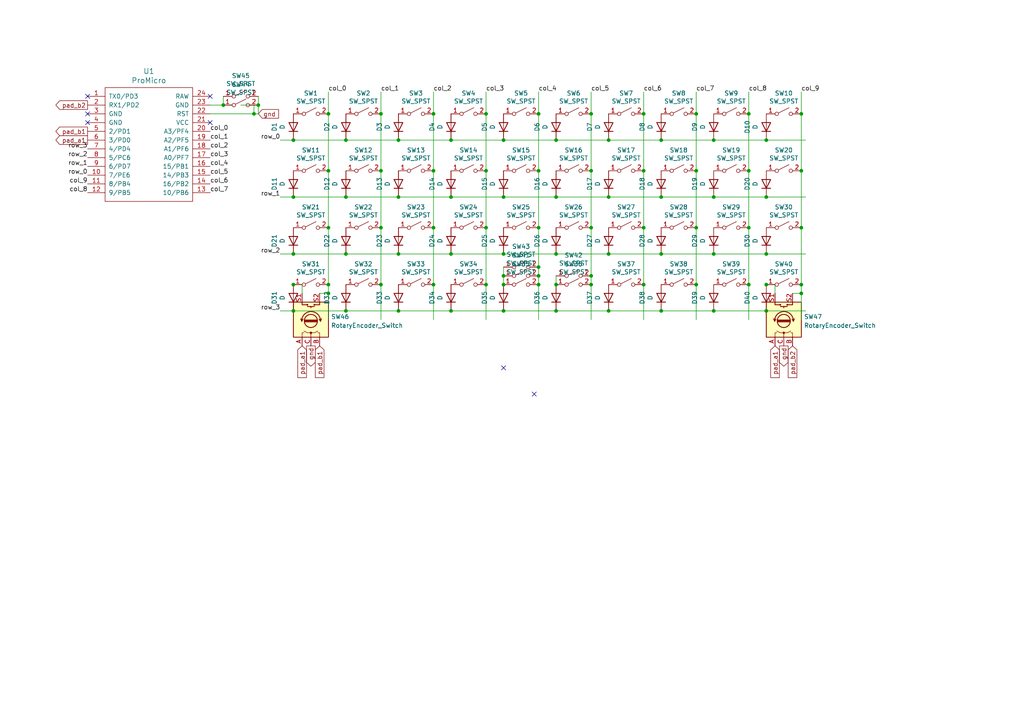
<source format=kicad_sch>
(kicad_sch (version 20211123) (generator eeschema)
  (paper "A4")
  (lib_symbols
    (symbol "Device:D" (pin_numbers hide) (pin_names (offset 1.016) hide)
      (property "Reference" "D" (at 0 2.54 0))
      (property "Value" "D" (at 0 -2.54 0))
      (symbol "D_0_1"
        (polyline (pts (xy -1.27 1.27) (xy -1.27 -1.27)) (stroke (width 0.254)))
        (polyline (pts (xy 1.27 0) (xy -1.27 0)))
        (polyline (pts (xy 1.27 1.27) (xy 1.27 -1.27) (xy -1.27 0) (xy 1.27 1.27)) (stroke (width 0.254)))
      )
      (symbol "D_1_1"
        (pin passive line (at -3.81 0 0) (length 2.54) (name "K") (number "1"))
        (pin passive line (at 3.81 0 180) (length 2.54) (name "A") (number "2"))
      )
    )
    (symbol "Device:RotaryEncoder_Switch" (pin_names (offset 0.254) hide)
      (property "Reference" "SW" (at 0 6.604 0))
      (property "Value" "RotaryEncoder_Switch" (at 0 -6.604 0))
      (symbol "RotaryEncoder_Switch_0_1"
        (rectangle (start -5.08 5.08) (end 5.08 -5.08) (stroke (width 0.254)) (fill (type background)))
        (circle (center -3.81 0) (radius 0.254) (fill (type outline)))
        (arc (start -0.381 -2.794) (mid 2.3622 -0.0508) (end -0.381 2.667) (stroke (width 0.254)))
        (circle (center -0.381 0) (radius 1.905) (stroke (width 0.254)))
        (polyline (pts (xy -0.635 -1.778) (xy -0.635 1.778)) (stroke (width 0.254)))
        (polyline (pts (xy -0.381 -1.778) (xy -0.381 1.778)) (stroke (width 0.254)))
        (polyline (pts (xy -0.127 1.778) (xy -0.127 -1.778)) (stroke (width 0.254)))
        (polyline (pts (xy 3.81 0) (xy 3.429 0)) (stroke (width 0.254)))
        (polyline (pts (xy 3.81 1.016) (xy 3.81 -1.016)) (stroke (width 0.254)))
        (polyline (pts (xy -5.08 -2.54) (xy -3.81 -2.54) (xy -3.81 -2.032)))
        (polyline (pts (xy -5.08 2.54) (xy -3.81 2.54) (xy -3.81 2.032)))
        (polyline (pts (xy 0.254 -3.048) (xy -0.508 -2.794) (xy 0.127 -2.413)) (stroke (width 0.254)))
        (polyline (pts (xy 0.254 2.921) (xy -0.508 2.667) (xy 0.127 2.286)) (stroke (width 0.254)))
        (polyline (pts (xy 5.08 -2.54) (xy 4.318 -2.54) (xy 4.318 -1.016)) (stroke (width 0.254)))
        (polyline (pts (xy 5.08 2.54) (xy 4.318 2.54) (xy 4.318 1.016)) (stroke (width 0.254)))
        (polyline (pts (xy -5.08 0) (xy -3.81 0) (xy -3.81 -1.016) (xy -3.302 -2.032)))
        (polyline (pts (xy -4.318 0) (xy -3.81 0) (xy -3.81 1.016) (xy -3.302 2.032)))
        (circle (center 4.318 -1.016) (radius 0.127) (stroke (width 0.254)))
        (circle (center 4.318 1.016) (radius 0.127) (stroke (width 0.254)))
      )
      (symbol "RotaryEncoder_Switch_1_1"
        (pin passive line (at -7.62 2.54 0) (length 2.54) (name "A") (number "A"))
        (pin passive line (at -7.62 -2.54 0) (length 2.54) (name "B") (number "B"))
        (pin passive line (at -7.62 0 0) (length 2.54) (name "C") (number "C"))
        (pin passive line (at 7.62 2.54 180) (length 2.54) (name "S1") (number "S1"))
        (pin passive line (at 7.62 -2.54 180) (length 2.54) (name "S2") (number "S2"))
      )
    )
    (symbol "Keebio:ProMicro" (pin_names (offset 1.016))
      (property "Reference" "U" (at 0 0 0))
      (property "Value" "ProMicro" (at 0 -19.05 0))
      (symbol "ProMicro_0_1"
        (rectangle (start -12.7 -16.51) (end 12.7 16.51))
      )
      (symbol "ProMicro_1_1"
        (pin input line (at -17.78 13.97 0) (length 5.08) (name "TX0/PD3") (number "1"))
        (pin input line (at -17.78 -8.89 0) (length 5.08) (name "7/PE6") (number "10"))
        (pin input line (at -17.78 -11.43 0) (length 5.08) (name "8/PB4") (number "11"))
        (pin input line (at -17.78 -13.97 0) (length 5.08) (name "9/PB5") (number "12"))
        (pin input line (at 17.78 -13.97 180) (length 5.08) (name "10/PB6") (number "13"))
        (pin input line (at 17.78 -11.43 180) (length 5.08) (name "16/PB2") (number "14"))
        (pin input line (at 17.78 -8.89 180) (length 5.08) (name "14/PB3") (number "15"))
        (pin input line (at 17.78 -6.35 180) (length 5.08) (name "15/PB1") (number "16"))
        (pin input line (at 17.78 -3.81 180) (length 5.08) (name "A0/PF7") (number "17"))
        (pin input line (at 17.78 -1.27 180) (length 5.08) (name "A1/PF6") (number "18"))
        (pin input line (at 17.78 1.27 180) (length 5.08) (name "A2/PF5") (number "19"))
        (pin input line (at -17.78 11.43 0) (length 5.08) (name "RX1/PD2") (number "2"))
        (pin input line (at 17.78 3.81 180) (length 5.08) (name "A3/PF4") (number "20"))
        (pin input line (at 17.78 6.35 180) (length 5.08) (name "VCC") (number "21"))
        (pin input line (at 17.78 8.89 180) (length 5.08) (name "RST") (number "22"))
        (pin input line (at 17.78 11.43 180) (length 5.08) (name "GND") (number "23"))
        (pin input line (at 17.78 13.97 180) (length 5.08) (name "RAW") (number "24"))
        (pin input line (at -17.78 8.89 0) (length 5.08) (name "GND") (number "3"))
        (pin input line (at -17.78 6.35 0) (length 5.08) (name "GND") (number "4"))
        (pin input line (at -17.78 3.81 0) (length 5.08) (name "2/PD1") (number "5"))
        (pin input line (at -17.78 1.27 0) (length 5.08) (name "3/PD0") (number "6"))
        (pin input line (at -17.78 -1.27 0) (length 5.08) (name "4/PD4") (number "7"))
        (pin input line (at -17.78 -3.81 0) (length 5.08) (name "5/PC6") (number "8"))
        (pin input line (at -17.78 -6.35 0) (length 5.08) (name "6/PD7") (number "9"))
      )
    )
    (symbol "Switch:SW_SPST" (pin_names (offset 0) hide)
      (property "Reference" "SW" (at 0 3.175 0))
      (property "Value" "SW_SPST" (at 0 -2.54 0))
      (symbol "SW_SPST_0_0"
        (circle (center -2.032 0) (radius 0.508))
        (polyline (pts (xy -1.524 0.254) (xy 1.524 1.778)))
        (circle (center 2.032 0) (radius 0.508))
      )
      (symbol "SW_SPST_1_1"
        (pin passive line (at -5.08 0 0) (length 2.54) (name "A") (number "1"))
        (pin passive line (at 5.08 0 180) (length 2.54) (name "B") (number "2"))
      )
    )
  )
  (junction (at 161.29 57.15))
  (junction (at 140.97 66.04))
  (junction (at 207.01 57.15))
  (junction (at 130.81 40.64))
  (junction (at 222.25 73.66))
  (junction (at 95.25 33.02))
  (junction (at 74.93 30.48))
  (junction (at 161.29 40.64))
  (junction (at 110.49 66.04))
  (junction (at 176.53 57.15))
  (junction (at 85.09 82.55))
  (junction (at 95.25 82.55))
  (junction (at 130.81 73.66))
  (junction (at 217.17 66.04))
  (junction (at 232.41 33.02))
  (junction (at 222.25 90.17))
  (junction (at 110.49 49.53))
  (junction (at 191.77 40.64))
  (junction (at 115.57 40.64))
  (junction (at 64.77 30.48))
  (junction (at 146.05 82.55))
  (junction (at 73.66 33.02))
  (junction (at 85.09 40.64))
  (junction (at 222.25 40.64))
  (junction (at 100.33 73.66))
  (junction (at 140.97 33.02))
  (junction (at 85.09 90.17))
  (junction (at 110.49 33.02))
  (junction (at 201.93 33.02))
  (junction (at 115.57 90.17))
  (junction (at 161.29 73.66))
  (junction (at 222.25 82.55))
  (junction (at 232.41 82.55))
  (junction (at 217.17 82.55))
  (junction (at 176.53 90.17))
  (junction (at 232.41 85.09))
  (junction (at 217.17 33.02))
  (junction (at 125.73 82.55))
  (junction (at 115.57 73.66))
  (junction (at 125.73 49.53))
  (junction (at 171.45 33.02))
  (junction (at 201.93 82.55))
  (junction (at 110.49 82.55))
  (junction (at 217.17 49.53))
  (junction (at 222.25 57.15))
  (junction (at 115.57 57.15))
  (junction (at 191.77 73.66))
  (junction (at 171.45 66.04))
  (junction (at 207.01 90.17))
  (junction (at 156.21 80.01))
  (junction (at 186.69 66.04))
  (junction (at 125.73 66.04))
  (junction (at 125.73 33.02))
  (junction (at 232.41 49.53))
  (junction (at 146.05 73.66))
  (junction (at 130.81 90.17))
  (junction (at 186.69 49.53))
  (junction (at 186.69 33.02))
  (junction (at 176.53 40.64))
  (junction (at 161.29 82.55))
  (junction (at 95.25 66.04))
  (junction (at 100.33 90.17))
  (junction (at 161.29 90.17))
  (junction (at 171.45 49.53))
  (junction (at 130.81 57.15))
  (junction (at 171.45 82.55))
  (junction (at 100.33 40.64))
  (junction (at 201.93 49.53))
  (junction (at 191.77 57.15))
  (junction (at 156.21 66.04))
  (junction (at 186.69 82.55))
  (junction (at 232.41 66.04))
  (junction (at 156.21 49.53))
  (junction (at 171.45 80.01))
  (junction (at 146.05 40.64))
  (junction (at 207.01 73.66))
  (junction (at 140.97 49.53))
  (junction (at 156.21 77.47))
  (junction (at 100.33 57.15))
  (junction (at 201.93 66.04))
  (junction (at 191.77 90.17))
  (junction (at 176.53 73.66))
  (junction (at 146.05 80.01))
  (junction (at 207.01 40.64))
  (junction (at 156.21 33.02))
  (junction (at 156.21 82.55))
  (junction (at 146.05 57.15))
  (junction (at 85.09 73.66))
  (junction (at 146.05 90.17))
  (junction (at 95.25 49.53))
  (junction (at 95.25 85.09))
  (junction (at 140.97 82.55))
  (junction (at 85.09 57.15))
  (no_connect (at 25.4 27.94))
  (no_connect (at 60.96 27.94))
  (no_connect (at 25.4 35.56))
  (no_connect (at 25.4 33.02))
  (no_connect (at 60.96 35.56))
  (no_connect (at 146.05 106.68))
  (no_connect (at 154.94 114.3))
  (wire (pts (xy 176.53 90.17) (xy 191.77 90.17)))
  (wire (pts (xy 207.01 73.66) (xy 222.25 73.66)))
  (wire (pts (xy 85.09 57.15) (xy 100.33 57.15)))
  (wire (pts (xy 140.97 33.02) (xy 140.97 49.53)))
  (wire (pts (xy 130.81 73.66) (xy 146.05 73.66)))
  (wire (pts (xy 201.93 82.55) (xy 201.93 92.71)))
  (wire (pts (xy 156.21 82.55) (xy 156.21 92.71)))
  (wire (pts (xy 95.25 85.09) (xy 95.25 92.71)))
  (wire (pts (xy 87.63 82.55) (xy 85.09 82.55)))
  (wire (pts (xy 186.69 26.67) (xy 186.69 33.02)))
  (wire (pts (xy 232.41 66.04) (xy 232.41 82.55)))
  (wire (pts (xy 161.29 73.66) (xy 176.53 73.66)))
  (wire (pts (xy 232.41 33.02) (xy 232.41 49.53)))
  (wire (pts (xy 115.57 90.17) (xy 130.81 90.17)))
  (wire (pts (xy 115.57 40.64) (xy 130.81 40.64)))
  (wire (pts (xy 191.77 57.15) (xy 207.01 57.15)))
  (wire (pts (xy 161.29 90.17) (xy 176.53 90.17)))
  (wire (pts (xy 130.81 57.15) (xy 146.05 57.15)))
  (wire (pts (xy 146.05 80.01) (xy 146.05 82.55)))
  (wire (pts (xy 176.53 57.15) (xy 191.77 57.15)))
  (wire (pts (xy 140.97 49.53) (xy 140.97 66.04)))
  (wire (pts (xy 176.53 73.66) (xy 191.77 73.66)))
  (wire (pts (xy 186.69 66.04) (xy 186.69 82.55)))
  (wire (pts (xy 85.09 73.66) (xy 100.33 73.66)))
  (wire (pts (xy 73.66 30.48) (xy 69.85 30.48)))
  (wire (pts (xy 171.45 82.55) (xy 171.45 92.71)))
  (wire (pts (xy 156.21 77.47) (xy 156.21 80.01)))
  (wire (pts (xy 81.28 40.64) (xy 85.09 40.64)))
  (wire (pts (xy 161.29 40.64) (xy 176.53 40.64)))
  (wire (pts (xy 217.17 26.67) (xy 217.17 33.02)))
  (wire (pts (xy 156.21 26.67) (xy 156.21 33.02)))
  (wire (pts (xy 156.21 33.02) (xy 156.21 49.53)))
  (wire (pts (xy 156.21 80.01) (xy 156.21 82.55)))
  (wire (pts (xy 73.66 33.02) (xy 73.66 30.48)))
  (wire (pts (xy 191.77 40.64) (xy 207.01 40.64)))
  (wire (pts (xy 125.73 33.02) (xy 125.73 49.53)))
  (wire (pts (xy 232.41 85.09) (xy 229.87 85.09)))
  (wire (pts (xy 207.01 40.64) (xy 222.25 40.64)))
  (wire (pts (xy 95.25 49.53) (xy 95.25 66.04)))
  (wire (pts (xy 60.96 30.48) (xy 64.77 30.48)))
  (wire (pts (xy 186.69 49.53) (xy 186.69 66.04)))
  (wire (pts (xy 140.97 82.55) (xy 140.97 92.71)))
  (wire (pts (xy 186.69 33.02) (xy 186.69 49.53)))
  (wire (pts (xy 207.01 90.17) (xy 222.25 90.17)))
  (wire (pts (xy 115.57 57.15) (xy 130.81 57.15)))
  (wire (pts (xy 81.28 73.66) (xy 85.09 73.66)))
  (wire (pts (xy 95.25 66.04) (xy 95.25 82.55)))
  (wire (pts (xy 130.81 90.17) (xy 146.05 90.17)))
  (wire (pts (xy 224.79 82.55) (xy 222.25 82.55)))
  (wire (pts (xy 222.25 57.15) (xy 233.68 57.15)))
  (wire (pts (xy 191.77 90.17) (xy 207.01 90.17)))
  (wire (pts (xy 146.05 57.15) (xy 161.29 57.15)))
  (wire (pts (xy 217.17 66.04) (xy 217.17 82.55)))
  (wire (pts (xy 171.45 49.53) (xy 171.45 66.04)))
  (wire (pts (xy 110.49 33.02) (xy 110.49 49.53)))
  (wire (pts (xy 85.09 40.64) (xy 100.33 40.64)))
  (wire (pts (xy 100.33 57.15) (xy 115.57 57.15)))
  (wire (pts (xy 146.05 73.66) (xy 161.29 73.66)))
  (wire (pts (xy 87.63 85.09) (xy 87.63 82.55)))
  (wire (pts (xy 161.29 57.15) (xy 176.53 57.15)))
  (wire (pts (xy 81.28 57.15) (xy 85.09 57.15)))
  (wire (pts (xy 217.17 49.53) (xy 217.17 66.04)))
  (wire (pts (xy 140.97 26.67) (xy 140.97 33.02)))
  (wire (pts (xy 73.66 33.02) (xy 74.93 33.02)))
  (wire (pts (xy 100.33 73.66) (xy 115.57 73.66)))
  (wire (pts (xy 217.17 33.02) (xy 217.17 49.53)))
  (wire (pts (xy 232.41 26.67) (xy 232.41 33.02)))
  (wire (pts (xy 110.49 49.53) (xy 110.49 66.04)))
  (wire (pts (xy 74.93 33.02) (xy 74.93 30.48)))
  (wire (pts (xy 222.25 73.66) (xy 233.68 73.66)))
  (wire (pts (xy 95.25 26.67) (xy 95.25 33.02)))
  (wire (pts (xy 110.49 26.67) (xy 110.49 33.02)))
  (wire (pts (xy 171.45 66.04) (xy 171.45 80.01)))
  (wire (pts (xy 130.81 40.64) (xy 146.05 40.64)))
  (wire (pts (xy 186.69 82.55) (xy 186.69 92.71)))
  (wire (pts (xy 95.25 82.55) (xy 95.25 85.09)))
  (wire (pts (xy 146.05 40.64) (xy 161.29 40.64)))
  (wire (pts (xy 232.41 49.53) (xy 232.41 66.04)))
  (wire (pts (xy 125.73 49.53) (xy 125.73 66.04)))
  (wire (pts (xy 232.41 85.09) (xy 232.41 92.71)))
  (wire (pts (xy 74.93 27.94) (xy 74.93 30.48)))
  (wire (pts (xy 115.57 73.66) (xy 130.81 73.66)))
  (wire (pts (xy 222.25 40.64) (xy 233.68 40.64)))
  (wire (pts (xy 140.97 66.04) (xy 140.97 82.55)))
  (wire (pts (xy 201.93 26.67) (xy 201.93 33.02)))
  (wire (pts (xy 171.45 26.67) (xy 171.45 33.02)))
  (wire (pts (xy 125.73 66.04) (xy 125.73 82.55)))
  (wire (pts (xy 100.33 90.17) (xy 115.57 90.17)))
  (wire (pts (xy 176.53 40.64) (xy 191.77 40.64)))
  (wire (pts (xy 232.41 82.55) (xy 232.41 85.09)))
  (wire (pts (xy 156.21 49.53) (xy 156.21 66.04)))
  (wire (pts (xy 100.33 40.64) (xy 115.57 40.64)))
  (wire (pts (xy 161.29 80.01) (xy 161.29 82.55)))
  (wire (pts (xy 201.93 33.02) (xy 201.93 49.53)))
  (wire (pts (xy 60.96 33.02) (xy 73.66 33.02)))
  (wire (pts (xy 224.79 85.09) (xy 224.79 82.55)))
  (wire (pts (xy 64.77 27.94) (xy 64.77 30.48)))
  (wire (pts (xy 191.77 73.66) (xy 207.01 73.66)))
  (wire (pts (xy 207.01 57.15) (xy 222.25 57.15)))
  (wire (pts (xy 92.71 85.09) (xy 95.25 85.09)))
  (wire (pts (xy 110.49 66.04) (xy 110.49 82.55)))
  (wire (pts (xy 95.25 33.02) (xy 95.25 49.53)))
  (wire (pts (xy 125.73 26.67) (xy 125.73 33.02)))
  (wire (pts (xy 146.05 77.47) (xy 146.05 80.01)))
  (wire (pts (xy 81.28 90.17) (xy 85.09 90.17)))
  (wire (pts (xy 125.73 82.55) (xy 125.73 92.71)))
  (wire (pts (xy 146.05 90.17) (xy 161.29 90.17)))
  (wire (pts (xy 156.21 66.04) (xy 156.21 77.47)))
  (wire (pts (xy 217.17 82.55) (xy 217.17 92.71)))
  (wire (pts (xy 171.45 33.02) (xy 171.45 49.53)))
  (wire (pts (xy 201.93 49.53) (xy 201.93 66.04)))
  (wire (pts (xy 110.49 82.55) (xy 110.49 92.71)))
  (wire (pts (xy 85.09 90.17) (xy 100.33 90.17)))
  (wire (pts (xy 222.25 90.17) (xy 233.68 90.17)))
  (wire (pts (xy 171.45 80.01) (xy 171.45 82.55)))
  (wire (pts (xy 201.93 66.04) (xy 201.93 82.55)))
  (label "col_7" (at 201.93 26.67 0))
  (label "col_6" (at 186.69 26.67 0))
  (label "col_3" (at 140.97 26.67 0))
  (label "col_6" (at 60.96 53.34 0))
  (label "col_8" (at 217.17 26.67 0))
  (label "row_2" (at 25.4 45.72 180))
  (label "col_2" (at 125.73 26.67 0))
  (label "col_2" (at 60.96 43.18 0))
  (label "col_4" (at 60.96 48.26 0))
  (label "row_0" (at 81.28 40.64 180))
  (label "col_1" (at 60.96 40.64 0))
  (label "row_1" (at 81.28 57.15 180))
  (label "col_0" (at 95.25 26.67 0))
  (label "col_1" (at 110.49 26.67 0))
  (label "col_0" (at 60.96 38.1 0))
  (label "row_0" (at 25.4 50.8 180))
  (label "col_7" (at 60.96 55.88 0))
  (label "row_1" (at 25.4 48.26 180))
  (label "row_3" (at 81.28 90.17 180))
  (label "col_8" (at 25.4 55.88 180))
  (label "col_3" (at 60.96 45.72 0))
  (label "col_9" (at 232.41 26.67 0))
  (label "col_5" (at 171.45 26.67 0))
  (label "col_4" (at 156.21 26.67 0))
  (label "col_9" (at 25.4 53.34 180))
  (label "col_5" (at 60.96 50.8 0))
  (label "row_2" (at 81.28 73.66 180))
  (label "row_3" (at 25.4 43.18 180))
  (global_label "pad_a1" (shape output) (at 25.4 40.64 180) (property "Intersheet References" "${INTERSHEET_REFS}" (effects hide)))
  (global_label "gnd" (shape output) (at 90.17 100.33 270) (property "Intersheet References" "${INTERSHEET_REFS}" (effects hide)))
  (global_label "pad_b1" (shape input) (at 92.71 100.33 270) (property "Intersheet References" "${INTERSHEET_REFS}" (effects hide)))
  (global_label "gnd" (shape output) (at 227.33 100.33 270) (property "Intersheet References" "${INTERSHEET_REFS}" (effects hide)))
  (global_label "pad_b1" (shape output) (at 25.4 38.1 180) (property "Intersheet References" "${INTERSHEET_REFS}" (effects hide)))
  (global_label "pad_b2" (shape input) (at 229.87 100.33 270) (property "Intersheet References" "${INTERSHEET_REFS}" (effects hide)))
  (global_label "pad_b2" (shape output) (at 25.4 30.48 180) (property "Intersheet References" "${INTERSHEET_REFS}" (effects hide)))
  (global_label "pad_a1" (shape input) (at 87.63 100.33 270) (property "Intersheet References" "${INTERSHEET_REFS}" (effects hide)))
  (global_label "pad_a1" (shape input) (at 224.79 100.33 270) (property "Intersheet References" "${INTERSHEET_REFS}" (effects hide)))
  (global_label "gnd" (shape input) (at 74.93 33.02 0) (property "Intersheet References" "${INTERSHEET_REFS}" (effects hide)))
  (symbol (lib_id "Keebio:ProMicro") (at 43.18 41.91 0) (unit 1)
    (property "Reference" "U1" (at 43.18 20.6502 0) (effects (font (size 1.524 1.524))))
    (property "Value" "ProMicro" (at 43.18 23.3426 0) (effects (font (size 1.524 1.524))))
    (property "Footprint" "Keebio:ArduinoProMicro" (effects hide))
  )
  (symbol (lib_id "Device:D") (at 85.09 36.83 90) (unit 1)
    (property "Reference" "D1" (at 79.5782 36.83 0))
    (property "Value" "D" (at 81.8896 36.83 0))
    (property "Footprint" "Keebio:Diode-Hybrid-Back" (effects hide))
  )
  (symbol (lib_id "Switch:SW_SPST") (at 90.17 33.02 0) (unit 1)
    (property "Reference" "SW1" (at 90.17 27.051 0))
    (property "Value" "SW_SPST" (at 90.17 29.3624 0))
    (property "Footprint" "MX_switches:Kailh_socket_MX" (effects hide))
  )
  (symbol (lib_id "Device:D") (at 100.33 36.83 90) (unit 1)
    (property "Reference" "D2" (at 94.8182 36.83 0))
    (property "Value" "D" (at 97.1296 36.83 0))
    (property "Footprint" "Keebio:Diode-Hybrid-Back" (effects hide))
  )
  (symbol (lib_id "Switch:SW_SPST") (at 105.41 33.02 0) (unit 1)
    (property "Reference" "SW2" (at 105.41 27.051 0))
    (property "Value" "SW_SPST" (at 105.41 29.3624 0))
    (property "Footprint" "MX_switches:Kailh_socket_MX" (effects hide))
  )
  (symbol (lib_id "Device:D") (at 115.57 36.83 90) (unit 1)
    (property "Reference" "D3" (at 110.0582 36.83 0))
    (property "Value" "D" (at 112.3696 36.83 0))
    (property "Footprint" "Keebio:Diode-Hybrid-Back" (effects hide))
  )
  (symbol (lib_id "Switch:SW_SPST") (at 120.65 33.02 0) (unit 1)
    (property "Reference" "SW3" (at 120.65 27.051 0))
    (property "Value" "SW_SPST" (at 120.65 29.3624 0))
    (property "Footprint" "MX_switches:Kailh_socket_MX" (effects hide))
  )
  (symbol (lib_id "Device:D") (at 130.81 36.83 90) (unit 1)
    (property "Reference" "D4" (at 125.2982 36.83 0))
    (property "Value" "D" (at 127.6096 36.83 0))
    (property "Footprint" "Keebio:Diode-Hybrid-Back" (effects hide))
  )
  (symbol (lib_id "Switch:SW_SPST") (at 135.89 33.02 0) (unit 1)
    (property "Reference" "SW4" (at 135.89 27.051 0))
    (property "Value" "SW_SPST" (at 135.89 29.3624 0))
    (property "Footprint" "MX_switches:Kailh_socket_MX" (effects hide))
  )
  (symbol (lib_id "Device:D") (at 146.05 36.83 90) (unit 1)
    (property "Reference" "D5" (at 140.5382 36.83 0))
    (property "Value" "D" (at 142.8496 36.83 0))
    (property "Footprint" "Keebio:Diode-Hybrid-Back" (effects hide))
  )
  (symbol (lib_id "Switch:SW_SPST") (at 151.13 33.02 0) (unit 1)
    (property "Reference" "SW5" (at 151.13 27.051 0))
    (property "Value" "SW_SPST" (at 151.13 29.3624 0))
    (property "Footprint" "MX_switches:Kailh_socket_MX" (effects hide))
  )
  (symbol (lib_id "Device:D") (at 161.29 36.83 90) (unit 1)
    (property "Reference" "D6" (at 155.7782 36.83 0))
    (property "Value" "D" (at 158.0896 36.83 0))
    (property "Footprint" "Keebio:Diode-Hybrid-Back" (effects hide))
  )
  (symbol (lib_id "Switch:SW_SPST") (at 166.37 33.02 0) (unit 1)
    (property "Reference" "SW6" (at 166.37 27.051 0))
    (property "Value" "SW_SPST" (at 166.37 29.3624 0))
    (property "Footprint" "MX_switches:Kailh_socket_MX" (effects hide))
  )
  (symbol (lib_id "Device:D") (at 176.53 36.83 90) (unit 1)
    (property "Reference" "D7" (at 171.0182 36.83 0))
    (property "Value" "D" (at 173.3296 36.83 0))
    (property "Footprint" "Keebio:Diode-Hybrid-Back" (effects hide))
  )
  (symbol (lib_id "Switch:SW_SPST") (at 181.61 33.02 0) (unit 1)
    (property "Reference" "SW7" (at 181.61 27.051 0))
    (property "Value" "SW_SPST" (at 181.61 29.3624 0))
    (property "Footprint" "MX_switches:Kailh_socket_MX" (effects hide))
  )
  (symbol (lib_id "Device:D") (at 191.77 36.83 90) (unit 1)
    (property "Reference" "D8" (at 186.2582 36.83 0))
    (property "Value" "D" (at 188.5696 36.83 0))
    (property "Footprint" "Keebio:Diode-Hybrid-Back" (effects hide))
  )
  (symbol (lib_id "Switch:SW_SPST") (at 196.85 33.02 0) (unit 1)
    (property "Reference" "SW8" (at 196.85 27.051 0))
    (property "Value" "SW_SPST" (at 196.85 29.3624 0))
    (property "Footprint" "MX_switches:Kailh_socket_MX" (effects hide))
  )
  (symbol (lib_id "Device:D") (at 207.01 36.83 90) (unit 1)
    (property "Reference" "D9" (at 201.4982 36.83 0))
    (property "Value" "D" (at 203.8096 36.83 0))
    (property "Footprint" "Keebio:Diode-Hybrid-Back" (effects hide))
  )
  (symbol (lib_id "Switch:SW_SPST") (at 212.09 33.02 0) (unit 1)
    (property "Reference" "SW9" (at 212.09 27.051 0))
    (property "Value" "SW_SPST" (at 212.09 29.3624 0))
    (property "Footprint" "MX_switches:Kailh_socket_MX" (effects hide))
  )
  (symbol (lib_id "Device:D") (at 222.25 36.83 90) (unit 1)
    (property "Reference" "D10" (at 216.7382 36.83 0))
    (property "Value" "D" (at 219.0496 36.83 0))
    (property "Footprint" "Keebio:Diode-Hybrid-Back" (effects hide))
  )
  (symbol (lib_id "Switch:SW_SPST") (at 227.33 33.02 0) (unit 1)
    (property "Reference" "SW10" (at 227.33 27.051 0))
    (property "Value" "SW_SPST" (at 227.33 29.3624 0))
    (property "Footprint" "MX_switches:Kailh_socket_MX" (effects hide))
  )
  (symbol (lib_id "Device:D") (at 85.09 53.34 90) (unit 1)
    (property "Reference" "D11" (at 79.5782 53.34 0))
    (property "Value" "D" (at 81.8896 53.34 0))
    (property "Footprint" "Keebio:Diode-Hybrid-Back" (effects hide))
  )
  (symbol (lib_id "Switch:SW_SPST") (at 90.17 49.53 0) (unit 1)
    (property "Reference" "SW11" (at 90.17 43.561 0))
    (property "Value" "SW_SPST" (at 90.17 45.8724 0))
    (property "Footprint" "MX_switches:Kailh_socket_MX" (effects hide))
  )
  (symbol (lib_id "Device:D") (at 100.33 53.34 90) (unit 1)
    (property "Reference" "D12" (at 94.8182 53.34 0))
    (property "Value" "D" (at 97.1296 53.34 0))
    (property "Footprint" "Keebio:Diode-Hybrid-Back" (effects hide))
  )
  (symbol (lib_id "Switch:SW_SPST") (at 105.41 49.53 0) (unit 1)
    (property "Reference" "SW12" (at 105.41 43.561 0))
    (property "Value" "SW_SPST" (at 105.41 45.8724 0))
    (property "Footprint" "MX_switches:Kailh_socket_MX" (effects hide))
  )
  (symbol (lib_id "Device:D") (at 115.57 53.34 90) (unit 1)
    (property "Reference" "D13" (at 110.0582 53.34 0))
    (property "Value" "D" (at 112.3696 53.34 0))
    (property "Footprint" "Keebio:Diode-Hybrid-Back" (effects hide))
  )
  (symbol (lib_id "Switch:SW_SPST") (at 120.65 49.53 0) (unit 1)
    (property "Reference" "SW13" (at 120.65 43.561 0))
    (property "Value" "SW_SPST" (at 120.65 45.8724 0))
    (property "Footprint" "MX_switches:Kailh_socket_MX" (effects hide))
  )
  (symbol (lib_id "Device:D") (at 130.81 53.34 90) (unit 1)
    (property "Reference" "D14" (at 125.2982 53.34 0))
    (property "Value" "D" (at 127.6096 53.34 0))
    (property "Footprint" "Keebio:Diode-Hybrid-Back" (effects hide))
  )
  (symbol (lib_id "Switch:SW_SPST") (at 135.89 49.53 0) (unit 1)
    (property "Reference" "SW14" (at 135.89 43.561 0))
    (property "Value" "SW_SPST" (at 135.89 45.8724 0))
    (property "Footprint" "MX_switches:Kailh_socket_MX" (effects hide))
  )
  (symbol (lib_id "Device:D") (at 146.05 53.34 90) (unit 1)
    (property "Reference" "D15" (at 140.5382 53.34 0))
    (property "Value" "D" (at 142.8496 53.34 0))
    (property "Footprint" "Keebio:Diode-Hybrid-Back" (effects hide))
  )
  (symbol (lib_id "Switch:SW_SPST") (at 151.13 49.53 0) (unit 1)
    (property "Reference" "SW15" (at 151.13 43.561 0))
    (property "Value" "SW_SPST" (at 151.13 45.8724 0))
    (property "Footprint" "MX_switches:Kailh_socket_MX" (effects hide))
  )
  (symbol (lib_id "Device:D") (at 161.29 53.34 90) (unit 1)
    (property "Reference" "D16" (at 155.7782 53.34 0))
    (property "Value" "D" (at 158.0896 53.34 0))
    (property "Footprint" "Keebio:Diode-Hybrid-Back" (effects hide))
  )
  (symbol (lib_id "Switch:SW_SPST") (at 166.37 49.53 0) (unit 1)
    (property "Reference" "SW16" (at 166.37 43.561 0))
    (property "Value" "SW_SPST" (at 166.37 45.8724 0))
    (property "Footprint" "MX_switches:Kailh_socket_MX" (effects hide))
  )
  (symbol (lib_id "Device:D") (at 176.53 53.34 90) (unit 1)
    (property "Reference" "D17" (at 171.0182 53.34 0))
    (property "Value" "D" (at 173.3296 53.34 0))
    (property "Footprint" "Keebio:Diode-Hybrid-Back" (effects hide))
  )
  (symbol (lib_id "Switch:SW_SPST") (at 181.61 49.53 0) (unit 1)
    (property "Reference" "SW17" (at 181.61 43.561 0))
    (property "Value" "SW_SPST" (at 181.61 45.8724 0))
    (property "Footprint" "MX_switches:Kailh_socket_MX" (effects hide))
  )
  (symbol (lib_id "Device:D") (at 191.77 53.34 90) (unit 1)
    (property "Reference" "D18" (at 186.2582 53.34 0))
    (property "Value" "D" (at 188.5696 53.34 0))
    (property "Footprint" "Keebio:Diode-Hybrid-Back" (effects hide))
  )
  (symbol (lib_id "Switch:SW_SPST") (at 196.85 49.53 0) (unit 1)
    (property "Reference" "SW18" (at 196.85 43.561 0))
    (property "Value" "SW_SPST" (at 196.85 45.8724 0))
    (property "Footprint" "MX_switches:Kailh_socket_MX" (effects hide))
  )
  (symbol (lib_id "Device:D") (at 207.01 53.34 90) (unit 1)
    (property "Reference" "D19" (at 201.4982 53.34 0))
    (property "Value" "D" (at 203.8096 53.34 0))
    (property "Footprint" "Keebio:Diode-Hybrid-Back" (effects hide))
  )
  (symbol (lib_id "Switch:SW_SPST") (at 212.09 49.53 0) (unit 1)
    (property "Reference" "SW19" (at 212.09 43.561 0))
    (property "Value" "SW_SPST" (at 212.09 45.8724 0))
    (property "Footprint" "MX_switches:Kailh_socket_MX" (effects hide))
  )
  (symbol (lib_id "Device:D") (at 222.25 53.34 90) (unit 1)
    (property "Reference" "D20" (at 216.7382 53.34 0))
    (property "Value" "D" (at 219.0496 53.34 0))
    (property "Footprint" "Keebio:Diode-Hybrid-Back" (effects hide))
  )
  (symbol (lib_id "Switch:SW_SPST") (at 227.33 49.53 0) (unit 1)
    (property "Reference" "SW20" (at 227.33 43.561 0))
    (property "Value" "SW_SPST" (at 227.33 45.8724 0))
    (property "Footprint" "MX_switches:Kailh_socket_MX" (effects hide))
  )
  (symbol (lib_id "Device:D") (at 85.09 69.85 90) (unit 1)
    (property "Reference" "D21" (at 79.5782 69.85 0))
    (property "Value" "D" (at 81.8896 69.85 0))
    (property "Footprint" "Keebio:Diode-Hybrid-Back" (effects hide))
  )
  (symbol (lib_id "Switch:SW_SPST") (at 90.17 66.04 0) (unit 1)
    (property "Reference" "SW21" (at 90.17 60.071 0))
    (property "Value" "SW_SPST" (at 90.17 62.3824 0))
    (property "Footprint" "MX_switches:Kailh_socket_MX" (effects hide))
  )
  (symbol (lib_id "Device:D") (at 100.33 69.85 90) (unit 1)
    (property "Reference" "D22" (at 94.8182 69.85 0))
    (property "Value" "D" (at 97.1296 69.85 0))
    (property "Footprint" "Keebio:Diode-Hybrid-Back" (effects hide))
  )
  (symbol (lib_id "Switch:SW_SPST") (at 105.41 66.04 0) (unit 1)
    (property "Reference" "SW22" (at 105.41 60.071 0))
    (property "Value" "SW_SPST" (at 105.41 62.3824 0))
    (property "Footprint" "MX_switches:Kailh_socket_MX" (effects hide))
  )
  (symbol (lib_id "Device:D") (at 115.57 69.85 90) (unit 1)
    (property "Reference" "D23" (at 110.0582 69.85 0))
    (property "Value" "D" (at 112.3696 69.85 0))
    (property "Footprint" "Keebio:Diode-Hybrid-Back" (effects hide))
  )
  (symbol (lib_id "Switch:SW_SPST") (at 120.65 66.04 0) (unit 1)
    (property "Reference" "SW23" (at 120.65 60.071 0))
    (property "Value" "SW_SPST" (at 120.65 62.3824 0))
    (property "Footprint" "MX_switches:Kailh_socket_MX" (effects hide))
  )
  (symbol (lib_id "Device:D") (at 130.81 69.85 90) (unit 1)
    (property "Reference" "D24" (at 125.2982 69.85 0))
    (property "Value" "D" (at 127.6096 69.85 0))
    (property "Footprint" "Keebio:Diode-Hybrid-Back" (effects hide))
  )
  (symbol (lib_id "Switch:SW_SPST") (at 135.89 66.04 0) (unit 1)
    (property "Reference" "SW24" (at 135.89 60.071 0))
    (property "Value" "SW_SPST" (at 135.89 62.3824 0))
    (property "Footprint" "MX_switches:Kailh_socket_MX" (effects hide))
  )
  (symbol (lib_id "Device:D") (at 146.05 69.85 90) (unit 1)
    (property "Reference" "D25" (at 140.5382 69.85 0))
    (property "Value" "D" (at 142.8496 69.85 0))
    (property "Footprint" "Keebio:Diode-Hybrid-Back" (effects hide))
  )
  (symbol (lib_id "Switch:SW_SPST") (at 151.13 66.04 0) (unit 1)
    (property "Reference" "SW25" (at 151.13 60.071 0))
    (property "Value" "SW_SPST" (at 151.13 62.3824 0))
    (property "Footprint" "MX_switches:Kailh_socket_MX" (effects hide))
  )
  (symbol (lib_id "Device:D") (at 161.29 69.85 90) (unit 1)
    (property "Reference" "D26" (at 155.7782 69.85 0))
    (property "Value" "D" (at 158.0896 69.85 0))
    (property "Footprint" "Keebio:Diode-Hybrid-Back" (effects hide))
  )
  (symbol (lib_id "Switch:SW_SPST") (at 166.37 66.04 0) (unit 1)
    (property "Reference" "SW26" (at 166.37 60.071 0))
    (property "Value" "SW_SPST" (at 166.37 62.3824 0))
    (property "Footprint" "MX_switches:Kailh_socket_MX" (effects hide))
  )
  (symbol (lib_id "Device:D") (at 176.53 69.85 90) (unit 1)
    (property "Reference" "D27" (at 171.0182 69.85 0))
    (property "Value" "D" (at 173.3296 69.85 0))
    (property "Footprint" "Keebio:Diode-Hybrid-Back" (effects hide))
  )
  (symbol (lib_id "Switch:SW_SPST") (at 181.61 66.04 0) (unit 1)
    (property "Reference" "SW27" (at 181.61 60.071 0))
    (property "Value" "SW_SPST" (at 181.61 62.3824 0))
    (property "Footprint" "MX_switches:Kailh_socket_MX" (effects hide))
  )
  (symbol (lib_id "Device:D") (at 191.77 69.85 90) (unit 1)
    (property "Reference" "D28" (at 186.2582 69.85 0))
    (property "Value" "D" (at 188.5696 69.85 0))
    (property "Footprint" "Keebio:Diode-Hybrid-Back" (effects hide))
  )
  (symbol (lib_id "Switch:SW_SPST") (at 196.85 66.04 0) (unit 1)
    (property "Reference" "SW28" (at 196.85 60.071 0))
    (property "Value" "SW_SPST" (at 196.85 62.3824 0))
    (property "Footprint" "MX_switches:Kailh_socket_MX" (effects hide))
  )
  (symbol (lib_id "Device:D") (at 207.01 69.85 90) (unit 1)
    (property "Reference" "D29" (at 201.4982 69.85 0))
    (property "Value" "D" (at 203.8096 69.85 0))
    (property "Footprint" "Keebio:Diode-Hybrid-Back" (effects hide))
  )
  (symbol (lib_id "Switch:SW_SPST") (at 212.09 66.04 0) (unit 1)
    (property "Reference" "SW29" (at 212.09 60.071 0))
    (property "Value" "SW_SPST" (at 212.09 62.3824 0))
    (property "Footprint" "MX_switches:Kailh_socket_MX" (effects hide))
  )
  (symbol (lib_id "Device:D") (at 222.25 69.85 90) (unit 1)
    (property "Reference" "D30" (at 216.7382 69.85 0))
    (property "Value" "D" (at 219.0496 69.85 0))
    (property "Footprint" "Keebio:Diode-Hybrid-Back" (effects hide))
  )
  (symbol (lib_id "Switch:SW_SPST") (at 227.33 66.04 0) (unit 1)
    (property "Reference" "SW30" (at 227.33 60.071 0))
    (property "Value" "SW_SPST" (at 227.33 62.3824 0))
    (property "Footprint" "MX_switches:Kailh_socket_MX" (effects hide))
  )
  (symbol (lib_id "Device:D") (at 85.09 86.36 90) (unit 1)
    (property "Reference" "D31" (at 79.5782 86.36 0))
    (property "Value" "D" (at 81.8896 86.36 0))
    (property "Footprint" "Keebio:Diode-Hybrid-Back" (effects hide))
  )
  (symbol (lib_id "Switch:SW_SPST") (at 90.17 82.55 0) (unit 1)
    (property "Reference" "SW31" (at 90.17 76.581 0))
    (property "Value" "SW_SPST" (at 90.17 78.8924 0))
    (property "Footprint" "MX_switches:Kailh_socket_MX" (effects hide))
  )
  (symbol (lib_id "Device:D") (at 100.33 86.36 90) (unit 1)
    (property "Reference" "D32" (at 94.8182 86.36 0))
    (property "Value" "D" (at 97.1296 86.36 0))
    (property "Footprint" "Keebio:Diode-Hybrid-Back" (effects hide))
  )
  (symbol (lib_id "Switch:SW_SPST") (at 105.41 82.55 0) (unit 1)
    (property "Reference" "SW32" (at 105.41 76.581 0))
    (property "Value" "SW_SPST" (at 105.41 78.8924 0))
    (property "Footprint" "MX_switches:Kailh_socket_MX" (effects hide))
  )
  (symbol (lib_id "Device:D") (at 115.57 86.36 90) (unit 1)
    (property "Reference" "D33" (at 110.0582 86.36 0))
    (property "Value" "D" (at 112.3696 86.36 0))
    (property "Footprint" "Keebio:Diode-Hybrid-Back" (effects hide))
  )
  (symbol (lib_id "Switch:SW_SPST") (at 120.65 82.55 0) (unit 1)
    (property "Reference" "SW33" (at 120.65 76.581 0))
    (property "Value" "SW_SPST" (at 120.65 78.8924 0))
    (property "Footprint" "MX_switches:Kailh_socket_MX" (effects hide))
  )
  (symbol (lib_id "Device:D") (at 130.81 86.36 90) (unit 1)
    (property "Reference" "D34" (at 125.2982 86.36 0))
    (property "Value" "D" (at 127.6096 86.36 0))
    (property "Footprint" "Keebio:Diode-Hybrid-Back" (effects hide))
  )
  (symbol (lib_id "Switch:SW_SPST") (at 135.89 82.55 0) (unit 1)
    (property "Reference" "SW34" (at 135.89 76.581 0))
    (property "Value" "SW_SPST" (at 135.89 78.8924 0))
    (property "Footprint" "MX_switches:Kailh_socket_MX" (effects hide))
  )
  (symbol (lib_id "Device:D") (at 146.05 86.36 90) (unit 1)
    (property "Reference" "D35" (at 140.5382 86.36 0))
    (property "Value" "D" (at 142.8496 86.36 0))
    (property "Footprint" "Keebio:Diode-Hybrid-Back" (effects hide))
  )
  (symbol (lib_id "Switch:SW_SPST") (at 151.13 82.55 0) (unit 1)
    (property "Reference" "SW35" (at 151.13 76.581 0))
    (property "Value" "SW_SPST" (at 151.13 78.8924 0))
    (property "Footprint" "MX_switches:Kailh_socket_MX" (effects hide))
  )
  (symbol (lib_id "Device:D") (at 161.29 86.36 90) (unit 1)
    (property "Reference" "D36" (at 155.7782 86.36 0))
    (property "Value" "D" (at 158.0896 86.36 0))
    (property "Footprint" "Keebio:Diode-Hybrid-Back" (effects hide))
  )
  (symbol (lib_id "Switch:SW_SPST") (at 166.37 82.55 0) (unit 1)
    (property "Reference" "SW36" (at 166.37 76.581 0))
    (property "Value" "SW_SPST" (at 166.37 78.8924 0))
    (property "Footprint" "MX_switches:Kailh_socket_MX" (effects hide))
  )
  (symbol (lib_id "Device:D") (at 176.53 86.36 90) (unit 1)
    (property "Reference" "D37" (at 171.0182 86.36 0))
    (property "Value" "D" (at 173.3296 86.36 0))
    (property "Footprint" "Keebio:Diode-Hybrid-Back" (effects hide))
  )
  (symbol (lib_id "Switch:SW_SPST") (at 181.61 82.55 0) (unit 1)
    (property "Reference" "SW37" (at 181.61 76.581 0))
    (property "Value" "SW_SPST" (at 181.61 78.8924 0))
    (property "Footprint" "MX_switches:Kailh_socket_MX" (effects hide))
  )
  (symbol (lib_id "Device:D") (at 191.77 86.36 90) (unit 1)
    (property "Reference" "D38" (at 186.2582 86.36 0))
    (property "Value" "D" (at 188.5696 86.36 0))
    (property "Footprint" "Keebio:Diode-Hybrid-Back" (effects hide))
  )
  (symbol (lib_id "Switch:SW_SPST") (at 196.85 82.55 0) (unit 1)
    (property "Reference" "SW38" (at 196.85 76.581 0))
    (property "Value" "SW_SPST" (at 196.85 78.8924 0))
    (property "Footprint" "MX_switches:Kailh_socket_MX" (effects hide))
  )
  (symbol (lib_id "Device:D") (at 207.01 86.36 90) (unit 1)
    (property "Reference" "D39" (at 201.4982 86.36 0))
    (property "Value" "D" (at 203.8096 86.36 0))
    (property "Footprint" "Keebio:Diode-Hybrid-Back" (effects hide))
  )
  (symbol (lib_id "Switch:SW_SPST") (at 212.09 82.55 0) (unit 1)
    (property "Reference" "SW39" (at 212.09 76.581 0))
    (property "Value" "SW_SPST" (at 212.09 78.8924 0))
    (property "Footprint" "MX_switches:Kailh_socket_MX" (effects hide))
  )
  (symbol (lib_id "Device:D") (at 222.25 86.36 90) (unit 1)
    (property "Reference" "D40" (at 216.7382 86.36 0))
    (property "Value" "D" (at 219.0496 86.36 0))
    (property "Footprint" "Keebio:Diode-Hybrid-Back" (effects hide))
  )
  (symbol (lib_id "Switch:SW_SPST") (at 227.33 82.55 0) (unit 1)
    (property "Reference" "SW40" (at 227.33 76.581 0))
    (property "Value" "SW_SPST" (at 227.33 78.8924 0))
    (property "Footprint" "MX_switches:Kailh_socket_MX" (effects hide))
  )
  (symbol (lib_id "Switch:SW_SPST") (at 69.85 30.48 0) (unit 1)
    (property "Reference" "SW44" (at 69.85 24.511 0))
    (property "Value" "SW_SPST" (at 69.85 26.8224 0))
    (property "Footprint" "Keebio:SW_SPST_TL3342" (effects hide))
  )
  (symbol (lib_id "Switch:SW_SPST") (at 151.13 80.01 0) (unit 1)
    (property "Reference" "SW41" (at 151.13 74.041 0))
    (property "Value" "SW_SPST" (at 151.13 76.3524 0))
    (property "Footprint" "MX_switches:Kailh_socket_MX" (effects hide))
  )
  (symbol (lib_id "Switch:SW_SPST") (at 166.37 80.01 0) (unit 1)
    (property "Reference" "SW42" (at 166.37 74.041 0))
    (property "Value" "SW_SPST" (at 166.37 76.3524 0))
    (property "Footprint" "MX_switches:Kailh_socket_MX" (effects hide))
  )
  (symbol (lib_id "Switch:SW_SPST") (at 151.13 77.47 0) (unit 1)
    (property "Reference" "SW43" (at 151.13 71.501 0))
    (property "Value" "SW_SPST" (at 151.13 73.8124 0))
    (property "Footprint" "MX_switches:Kailh_socket_MX" (effects hide))
  )
  (symbol (lib_id "Switch:SW_SPST") (at 69.85 27.94 0) (unit 1)
    (property "Reference" "SW45" (at 69.85 21.971 0))
    (property "Value" "SW_SPST" (at 69.85 24.2824 0))
    (property "Footprint" "Button_Switch_SMD:SW_SPST_FSMSM" (effects hide))
  )
  (symbol (lib_id "Device:RotaryEncoder_Switch") (at 227.33 92.71 90) (unit 1)
    (property "Reference" "SW47" (at 233.172 91.8753 90) (effects (justify right)))
    (property "Value" "RotaryEncoder_Switch" (at 233.172 94.4122 90) (effects (justify right)))
    (property "Footprint" "Keebio-Parts:RotaryEncoder_EC11" (effects hide))
  )
  (symbol (lib_id "Device:RotaryEncoder_Switch") (at 90.17 92.71 90) (unit 1)
    (property "Reference" "SW46" (at 96.012 91.8753 90) (effects (justify right)))
    (property "Value" "RotaryEncoder_Switch" (at 96.012 94.4122 90) (effects (justify right)))
    (property "Footprint" "Keebio-Parts:RotaryEncoder_EC11" (effects hide))
  )
)
</source>
